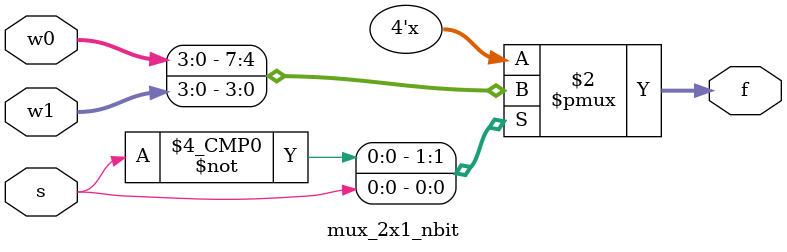
<source format=sv>
`timescale 1ns / 1ps


module mux_2x1_nbit
    #(parameter N = 4)(
    input logic [N-1:0] w0, w1,
    input logic s,
    output logic [N-1:0] f
    );
    
    always_comb
    begin
        begin
            case(s)
                1'b0: f = w0;
                1'b1: f = w1;
                default: f = 'bx;
            endcase
        end
    end
endmodule

</source>
